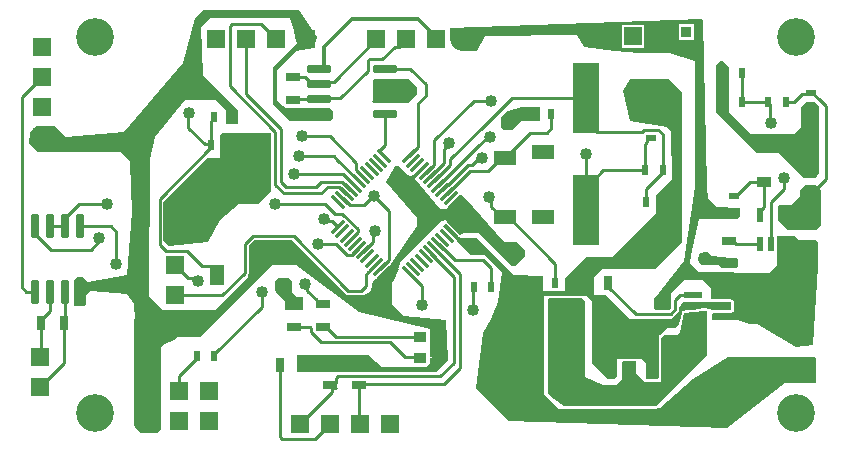
<source format=gtl>
G04*
G04 #@! TF.GenerationSoftware,Altium Limited,Altium Designer,21.6.4 (81)*
G04*
G04 Layer_Physical_Order=1*
G04 Layer_Color=255*
%FSLAX44Y44*%
%MOMM*%
G71*
G04*
G04 #@! TF.SameCoordinates,0F59C336-1F8A-43A6-AFB2-A1A9F9B71EC4*
G04*
G04*
G04 #@! TF.FilePolarity,Positive*
G04*
G01*
G75*
%ADD15C,0.2540*%
%ADD18R,0.6000X0.9000*%
%ADD19R,0.9000X0.6000*%
%ADD20R,1.3000X0.7000*%
%ADD21R,0.6000X1.2500*%
%ADD22R,1.2200X0.9100*%
G04:AMPARAMS|DCode=23|XSize=1.97mm|YSize=0.6mm|CornerRadius=0.075mm|HoleSize=0mm|Usage=FLASHONLY|Rotation=270.000|XOffset=0mm|YOffset=0mm|HoleType=Round|Shape=RoundedRectangle|*
%AMROUNDEDRECTD23*
21,1,1.9700,0.4500,0,0,270.0*
21,1,1.8200,0.6000,0,0,270.0*
1,1,0.1500,-0.2250,-0.9100*
1,1,0.1500,-0.2250,0.9100*
1,1,0.1500,0.2250,0.9100*
1,1,0.1500,0.2250,-0.9100*
%
%ADD23ROUNDEDRECTD23*%
%ADD24R,0.7000X1.3000*%
%ADD25R,1.0160X0.8890*%
G04:AMPARAMS|DCode=26|XSize=1.97mm|YSize=0.6mm|CornerRadius=0.075mm|HoleSize=0mm|Usage=FLASHONLY|Rotation=180.000|XOffset=0mm|YOffset=0mm|HoleType=Round|Shape=RoundedRectangle|*
%AMROUNDEDRECTD26*
21,1,1.9700,0.4500,0,0,180.0*
21,1,1.8200,0.6000,0,0,180.0*
1,1,0.1500,-0.9100,0.2250*
1,1,0.1500,0.9100,0.2250*
1,1,0.1500,0.9100,-0.2250*
1,1,0.1500,-0.9100,-0.2250*
%
%ADD26ROUNDEDRECTD26*%
G04:AMPARAMS|DCode=27|XSize=1.475mm|YSize=0.3mm|CornerRadius=0mm|HoleSize=0mm|Usage=FLASHONLY|Rotation=225.000|XOffset=0mm|YOffset=0mm|HoleType=Round|Shape=Rectangle|*
%AMROTATEDRECTD27*
4,1,4,0.4154,0.6276,0.6276,0.4154,-0.4154,-0.6276,-0.6276,-0.4154,0.4154,0.6276,0.0*
%
%ADD27ROTATEDRECTD27*%

G04:AMPARAMS|DCode=28|XSize=1.475mm|YSize=0.3mm|CornerRadius=0mm|HoleSize=0mm|Usage=FLASHONLY|Rotation=315.000|XOffset=0mm|YOffset=0mm|HoleType=Round|Shape=Rectangle|*
%AMROTATEDRECTD28*
4,1,4,-0.6276,0.4154,-0.4154,0.6276,0.6276,-0.4154,0.4154,-0.6276,-0.6276,0.4154,0.0*
%
%ADD28ROTATEDRECTD28*%

G04:AMPARAMS|DCode=29|XSize=3.51mm|YSize=1.58mm|CornerRadius=0.1975mm|HoleSize=0mm|Usage=FLASHONLY|Rotation=180.000|XOffset=0mm|YOffset=0mm|HoleType=Round|Shape=RoundedRectangle|*
%AMROUNDEDRECTD29*
21,1,3.5100,1.1850,0,0,180.0*
21,1,3.1150,1.5800,0,0,180.0*
1,1,0.3950,-1.5575,0.5925*
1,1,0.3950,1.5575,0.5925*
1,1,0.3950,1.5575,-0.5925*
1,1,0.3950,-1.5575,-0.5925*
%
%ADD29ROUNDEDRECTD29*%
%ADD30R,1.9000X1.3000*%
%ADD31R,2.2000X6.0000*%
%ADD32R,1.5000X0.5000*%
%ADD33R,1.5000X0.6000*%
%ADD34R,1.5000X0.6300*%
%ADD35R,1.2000X1.8000*%
%ADD60C,0.3048*%
%ADD61R,1.5000X1.5000*%
%ADD62C,1.5000*%
%ADD63R,1.5000X1.5000*%
%ADD64R,0.9000X0.9000*%
%ADD65C,3.2000*%
%ADD66C,3.2000*%
%ADD67C,1.0160*%
G36*
X610362Y319786D02*
X610616D01*
Y281432D01*
X628142Y263906D01*
Y263652D01*
X665480D01*
X671068Y269240D01*
Y286004D01*
X675894Y290830D01*
X682752D01*
X686308Y287274D01*
Y232156D01*
Y230124D01*
X684276Y226060D01*
X673608Y226060D01*
X652018Y247650D01*
X633222D01*
X598932Y281940D01*
Y321056D01*
X602742Y324866D01*
X602742Y324866D01*
X602742Y324866D01*
X603888Y325120D01*
X605028D01*
X610362Y319786D01*
D02*
G37*
G36*
X338328Y309880D02*
X339598D01*
X346456Y303530D01*
Y297180D01*
X338836Y289560D01*
X309626D01*
X309118Y290068D01*
X308356Y291592D01*
X308610Y291846D01*
Y308864D01*
X310134Y309880D01*
X338328Y309880D01*
D02*
G37*
G36*
X261878Y345892D02*
X258830Y336494D01*
X243590Y333700D01*
X227334Y317444D01*
Y291584D01*
X232804Y287139D01*
Y287044D01*
X232921D01*
X234895Y285440D01*
X272800Y285440D01*
X275358Y282882D01*
X275358Y276568D01*
X273562Y274772D01*
X238002D01*
X224286Y288488D01*
Y320492D01*
X244541Y340747D01*
X244496Y340922D01*
X244098Y341320D01*
Y342463D01*
X241050Y354274D01*
X238861Y360781D01*
X238256Y361386D01*
X170886Y361386D01*
X163551Y354051D01*
X164796Y313433D01*
X185932Y292298D01*
X194568Y283662D01*
Y272232D01*
X184408D01*
X184231Y272305D01*
Y283845D01*
X175778Y292298D01*
X149296Y292298D01*
X123962Y260858D01*
X120400Y242006D01*
X119130Y125928D01*
X131010Y114048D01*
X131220Y114048D01*
X174970D01*
X202720Y141798D01*
X202970D01*
Y143957D01*
X203444Y144666D01*
X203698Y145942D01*
Y168856D01*
X208370Y173528D01*
X239991D01*
X286720Y126798D01*
X301356Y126798D01*
X302606Y128048D01*
X306936Y130600D01*
X308970Y138878D01*
X310386Y140247D01*
X310662Y139971D01*
X323921Y153229D01*
X323641Y153509D01*
X324684Y154552D01*
X325406Y155634D01*
X325442Y155813D01*
X325547Y155939D01*
X346306Y185453D01*
Y191814D01*
X320291Y222461D01*
X326748Y234740D01*
X326890Y235455D01*
X327164Y235730D01*
X327565Y235848D01*
X328429Y235949D01*
X329136Y236025D01*
X329850Y236501D01*
X330472Y236546D01*
X338016Y229003D01*
X341644Y227972D01*
X342103Y228399D01*
X342313Y228190D01*
X345892Y231769D01*
X347156Y231645D01*
X347319Y231401D01*
X347710Y231140D01*
X347939Y229573D01*
X344434Y226068D01*
X344943Y225559D01*
X344519Y225097D01*
X348276Y219910D01*
X365610Y199942D01*
X370560D01*
X370597Y199905D01*
X370944Y199942D01*
X371566Y200631D01*
X373863Y203171D01*
X383362Y212670D01*
X386819Y209213D01*
X419458Y172002D01*
X430634D01*
X437492Y165144D01*
Y159505D01*
X429363Y151376D01*
X426876D01*
X397360Y179815D01*
X385737D01*
X382615Y178036D01*
X371661Y188990D01*
X371612Y189023D01*
X370495Y190156D01*
X366050Y189714D01*
X332844Y155939D01*
X331828Y154222D01*
X330829Y150231D01*
X330292Y149694D01*
X330614Y149372D01*
X330558Y149150D01*
X325672Y138435D01*
X324970Y137733D01*
Y119048D01*
X334720Y109298D01*
X370944Y106216D01*
X372160Y71738D01*
X362689Y62267D01*
X289118Y62196D01*
X287689Y62267D01*
X286324Y62194D01*
X245246Y62173D01*
X244348Y63071D01*
X244348Y75946D01*
X283976D01*
X284086Y76048D01*
X305220D01*
X305599Y75669D01*
X316720Y66048D01*
X353720D01*
X354220Y66048D01*
X355585Y67413D01*
X355592D01*
Y67420D01*
X357470Y69298D01*
X357398Y73543D01*
X358666Y73679D01*
X358746Y73276D01*
X358833Y72836D01*
X359556Y71754D01*
X360638Y71032D01*
X361914Y70778D01*
X363190Y71032D01*
X364271Y71754D01*
X365021Y72505D01*
X365744Y73586D01*
X365998Y74862D01*
X365744Y76138D01*
X365021Y77220D01*
X363940Y77942D01*
X362664Y78196D01*
X361388Y77942D01*
X360306Y77220D01*
X359556Y76469D01*
X358833Y75388D01*
X358733Y74882D01*
X358652Y74476D01*
X357380Y74591D01*
X356974Y98342D01*
X297430Y112354D01*
X243711Y152298D01*
X224620Y152298D01*
X224220Y152698D01*
X162820Y91298D01*
X143114D01*
X141788Y89972D01*
X131220Y84934D01*
X129286Y82999D01*
Y13462D01*
X125730Y9906D01*
X112776D01*
X107442Y15240D01*
Y16002D01*
X106680Y16764D01*
Y106680D01*
X107188D01*
X106408Y119048D01*
X100917Y128048D01*
X69850Y130302D01*
X66294Y126746D01*
Y119634D01*
X64516Y117856D01*
X64262Y118110D01*
X56134D01*
Y119126D01*
X55626Y119634D01*
Y139192D01*
X55880Y139700D01*
X58166Y141986D01*
X62992D01*
X67056Y137922D01*
X67564Y138430D01*
X100917Y144351D01*
X105199Y197010D01*
X103031Y239927D01*
X95250Y247707D01*
X94799Y248158D01*
X24892Y248158D01*
X18288Y254762D01*
X17806Y255269D01*
X18288Y264668D01*
X20066Y266446D01*
X22606Y268986D01*
X23368Y269748D01*
X39878D01*
X48768Y260858D01*
X97738Y264668D01*
X147962Y323864D01*
X158246Y361386D01*
X164850Y367990D01*
X246384D01*
X261878Y345892D01*
D02*
G37*
G36*
X450124Y286452D02*
Y274452D01*
X434624Y274452D01*
X426874Y266702D01*
X419624D01*
X417124Y269202D01*
Y277952D01*
X417374D01*
X420749Y281327D01*
X422874Y282452D01*
X434874Y286452D01*
X450124Y286452D01*
D02*
G37*
G36*
X688086Y215646D02*
Y186182D01*
X684022Y182118D01*
X659130D01*
X651510Y190754D01*
X651510Y201422D01*
X653034Y202946D01*
X662940Y202946D01*
X670052Y210058D01*
Y215646D01*
X674624Y220218D01*
X683514D01*
X688086Y215646D01*
D02*
G37*
G36*
X587973Y360147D02*
X591749Y218202D01*
X592777Y209101D01*
X600421Y201457D01*
X619506Y200406D01*
X619506Y193040D01*
X617474Y191008D01*
X584928Y191042D01*
X578129Y160671D01*
X577668Y153090D01*
X584489Y146269D01*
X644239Y145637D01*
X651256Y152654D01*
X651256Y177038D01*
X666148D01*
X669450Y173736D01*
X683514D01*
X685546Y171704D01*
Y151389D01*
X681185Y84836D01*
X667272Y82804D01*
X633979Y102097D01*
X631040Y102368D01*
X628337Y102618D01*
X624615Y102961D01*
X618190Y105452D01*
X595624D01*
Y111202D01*
X596585Y112163D01*
X611874D01*
X612654Y112318D01*
X612855Y112452D01*
X613124D01*
X613374Y112702D01*
X613624D01*
Y112952D01*
X614124Y113452D01*
Y121952D01*
X613624Y122452D01*
Y122702D01*
X613374D01*
X613124Y122952D01*
X612855D01*
X612654Y123086D01*
X611874Y123241D01*
X595374D01*
Y132202D01*
X588124Y139452D01*
X571874D01*
X561374Y128952D01*
Y116029D01*
X559571Y114226D01*
X548350D01*
X546746Y115830D01*
Y124172D01*
X547844D01*
X571874Y155702D01*
X581624Y218202D01*
Y324866D01*
X559874Y331724D01*
X534416D01*
X513842Y333699D01*
X487172Y337058D01*
X481838Y346920D01*
X403898Y346178D01*
X397256Y333699D01*
X383032D01*
X379349Y335661D01*
X376174Y338836D01*
X374406Y344170D01*
X374406Y353517D01*
X587047Y361017D01*
X587973Y360147D01*
D02*
G37*
G36*
X222124Y215452D02*
X211124Y204452D01*
X195374D01*
X179124Y190190D01*
X169124Y171902D01*
X136374Y168202D01*
X131458Y173118D01*
Y205786D01*
X169124Y243452D01*
X179124D01*
Y262084D01*
X180992Y263952D01*
X222124D01*
Y215452D01*
D02*
G37*
G36*
X596138Y160020D02*
X612140Y158242D01*
X615950D01*
X617728Y157226D01*
Y151130D01*
X617728Y150876D01*
X617347Y150495D01*
X616966Y150114D01*
X604520Y149606D01*
X600710Y152400D01*
X587360Y152797D01*
X584835Y155321D01*
X584090Y157556D01*
X585483Y161966D01*
X589280Y163322D01*
X591820D01*
X596138Y160020D01*
D02*
G37*
G36*
X570124Y299266D02*
X570124Y171952D01*
X547374Y149202D01*
X503124D01*
X496374Y142452D01*
Y127452D01*
X505124D01*
X526124Y106452D01*
X561752Y106452D01*
X563025Y108344D01*
X563310Y108535D01*
X567241Y112465D01*
X567963Y113547D01*
X568217Y114823D01*
Y116062D01*
X571652Y121168D01*
X590374Y120702D01*
X590874Y121202D01*
X611874D01*
Y114202D01*
X596124D01*
X594874Y115452D01*
X592783Y115333D01*
X592404Y115586D01*
X591624Y115741D01*
X589124D01*
X588996Y115716D01*
X588866Y115725D01*
X580164Y114613D01*
X572971Y114202D01*
X572628Y113649D01*
X572240Y113600D01*
X572186Y113581D01*
X572127Y113582D01*
X571810Y113455D01*
X571486Y113347D01*
X571442Y113309D01*
X571388Y113287D01*
X571301Y113202D01*
X570624D01*
Y112298D01*
X570531Y112112D01*
X570527Y112054D01*
X570504Y112001D01*
X569810Y108737D01*
X568124Y102202D01*
X565124Y99202D01*
Y98702D01*
X557471D01*
X551971Y93202D01*
X550624D01*
Y57452D01*
X549374Y56202D01*
X540124D01*
Y69202D01*
X536624Y72702D01*
X532855D01*
X532654Y72836D01*
X531874Y72991D01*
X520874D01*
X520595Y72936D01*
X520311Y72912D01*
X520208Y72859D01*
X520094Y72836D01*
X519893Y72702D01*
X515874D01*
Y58702D01*
X513274Y56102D01*
X507474D01*
X494124Y69452D01*
Y121702D01*
X489624Y126202D01*
X486605D01*
X486404Y126336D01*
X485624Y126491D01*
X457548D01*
X457506Y126483D01*
X457465Y126489D01*
X457118Y126406D01*
X456768Y126336D01*
X456732Y126312D01*
X456691Y126302D01*
X456553Y126202D01*
X453624D01*
Y43202D01*
X466374Y30452D01*
X467624D01*
X525064Y30913D01*
X548624D01*
X548624Y30913D01*
X549404Y31068D01*
X549465Y31109D01*
X552258Y31131D01*
X579433Y56102D01*
X609692Y74676D01*
X683382Y74676D01*
X684280Y73778D01*
X684280Y52578D01*
X657748Y52578D01*
X608261Y14663D01*
X424120Y20768D01*
X396374Y48514D01*
X402024Y94802D01*
X408769Y106452D01*
X414782Y120702D01*
X417717Y146859D01*
X403374Y161202D01*
X391874D01*
X380095Y172981D01*
X380320Y173205D01*
X368882Y184642D01*
X368374Y185702D01*
X370220Y187548D01*
X382441Y175326D01*
X382845Y175731D01*
X382874Y175702D01*
X396374D01*
X428024Y144052D01*
X452874Y143202D01*
Y130702D01*
X453374Y130202D01*
X471124D01*
Y141702D01*
X488874Y159452D01*
X511624D01*
X548624Y196452D01*
Y211452D01*
X548874D01*
X561874Y224452D01*
X561204Y265872D01*
X557404Y269672D01*
X526482Y274477D01*
X520449Y299355D01*
X526363Y309570D01*
X559820D01*
X570124Y299266D01*
D02*
G37*
G36*
X240030Y139192D02*
Y129794D01*
X239776Y129540D01*
X244348Y124968D01*
X249428D01*
Y114554D01*
X234442D01*
Y122174D01*
X227794Y128821D01*
X227076Y129794D01*
X227076D01*
X225806Y131064D01*
Y138938D01*
X228600Y141732D01*
X237490D01*
X240030Y139192D01*
D02*
G37*
G36*
X488374Y121702D02*
X488374Y57458D01*
X503461Y51202D01*
X514874Y51202D01*
X519874Y56202D01*
Y70156D01*
X520874Y70952D01*
X531874D01*
Y60702D01*
X539124Y53452D01*
X552874Y53452D01*
X552874Y90202D01*
X555624Y92952D01*
X566374D01*
X569124Y95702D01*
X572499Y111577D01*
X589124Y113702D01*
X591624D01*
Y75952D01*
X548624Y32952D01*
X470374D01*
X461999Y39077D01*
X457124Y43952D01*
Y65452D01*
Y123080D01*
X456687Y123517D01*
X457548Y124452D01*
X485624D01*
X488374Y121702D01*
D02*
G37*
%LPC*%
G36*
X580794Y356258D02*
X567794D01*
Y343258D01*
X580794D01*
Y356258D01*
D02*
G37*
G36*
X538328Y355448D02*
X519328D01*
Y336448D01*
X538328D01*
Y355448D01*
D02*
G37*
%LPD*%
D15*
X672501Y297597D02*
X680090D01*
X680823Y298330D01*
X658502Y290068D02*
X664972D01*
X672501Y297597D01*
X692404Y225552D02*
Y286766D01*
X686327Y292826D02*
X686344D01*
X692404Y286766D01*
X680823Y298330D02*
X686327Y292826D01*
X678688Y211836D02*
X692404Y225552D01*
X621164Y290576D02*
X621672Y290068D01*
X621037Y290703D02*
X621164Y290576D01*
X621672Y290068D02*
X643502D01*
X656844Y216916D02*
Y226060D01*
X645922Y205994D02*
X656844Y216916D01*
X644712Y274006D02*
X645922Y272796D01*
X643502Y290068D02*
X644712Y288858D01*
Y274006D02*
Y288858D01*
X645922Y169872D02*
Y205994D01*
X621037Y290703D02*
Y314833D01*
X620910Y314960D02*
X621037Y314833D01*
X606037Y290703D02*
X606164Y290576D01*
X606037Y290703D02*
Y314833D01*
X605910Y314960D02*
X606037Y314833D01*
X616434Y211208D02*
X627890Y222664D01*
X614934Y211208D02*
X616434D01*
X627890Y222664D02*
X640080D01*
X636422Y198122D02*
X640080Y201780D01*
Y222664D01*
X636422Y194872D02*
Y198122D01*
X613616Y172822D02*
X616566Y169872D01*
X636422D01*
X610616Y172822D02*
X613616D01*
X277950Y52928D02*
Y56678D01*
X365838Y58166D02*
X377374Y69702D01*
X277950Y56678D02*
X279438Y58166D01*
X365838D01*
X275720Y50698D02*
X277950Y52928D01*
X272796Y50698D02*
X275720D01*
X11430Y133451D02*
Y294640D01*
Y133451D02*
X15143Y129738D01*
X23118D01*
X11430Y294640D02*
X28702Y311912D01*
X230276Y6822D02*
X231764Y5334D01*
X259902D01*
X230276Y6822D02*
Y67818D01*
X259902Y5334D02*
X272546Y17978D01*
X296970Y18954D02*
X297946Y17978D01*
X296926Y50952D02*
X296970Y50908D01*
Y18954D02*
Y50908D01*
X296926Y50952D02*
X297496Y51522D01*
X369194D02*
X382624Y64952D01*
X297496Y51522D02*
X369194D01*
X247146Y17978D02*
X274044Y44876D01*
X274239Y48663D02*
X277831D01*
X274044Y44876D02*
Y48468D01*
X274239Y48663D01*
X241554Y23570D02*
X247146Y17978D01*
X164040Y151682D02*
X172144D01*
X133509Y164317D02*
X151405D01*
X164040Y151682D01*
X304292Y325201D02*
X305780Y326689D01*
X304292Y316926D02*
Y325201D01*
X281074Y293708D02*
X304292Y316926D01*
X305780Y326689D02*
X316529D01*
X327245Y337405D02*
X330547D01*
X336550Y343408D01*
X316529Y326689D02*
X327245Y337405D01*
X263796Y293708D02*
X281074D01*
X189194Y356560D02*
X214126D01*
X187706Y303784D02*
Y355072D01*
X189194Y356560D01*
X187706Y303784D02*
X226314Y265176D01*
X226096Y203940D02*
X268491D01*
X276502Y195928D01*
X77216Y172811D02*
Y175006D01*
X69886Y165481D02*
X77216Y172811D01*
X36405Y165481D02*
X69886D01*
X61218Y185618D02*
X86670D01*
X91694Y153670D02*
Y180594D01*
X86670Y185618D02*
X91694Y180594D01*
X23118Y178768D02*
X36405Y165481D01*
X309626Y210820D02*
X322326Y198120D01*
X314817Y149400D02*
X322326Y156910D01*
Y198120D01*
X289332Y202999D02*
X301282D01*
X309103Y210820D02*
X309626D01*
X301282Y202999D02*
X309103Y210820D01*
X283322Y209009D02*
X289332Y202999D01*
X314817Y149075D02*
Y149400D01*
X346932Y289274D02*
X353568Y295910D01*
Y305308D01*
X340162Y318714D02*
X353568Y305308D01*
X346932Y252227D02*
Y289274D01*
X339396Y244690D02*
X346932Y252227D01*
X319282Y318714D02*
X340162D01*
X339396Y244365D02*
Y244690D01*
X248412Y261366D02*
X272490D01*
X294664Y239191D01*
X295669Y232018D02*
X300675Y227012D01*
X295669Y232018D02*
X295669Y232018D01*
X294664Y233022D02*
Y239191D01*
X300675Y226687D02*
Y227012D01*
X294664Y233022D02*
X295669Y232018D01*
X246126Y244348D02*
X275942D01*
X278649Y241642D01*
Y241642D02*
Y241642D01*
Y241642D02*
X297139Y223151D01*
X283452Y229767D02*
X293603Y219616D01*
X242316Y229767D02*
X283452D01*
X230854Y222536D02*
X235204Y218186D01*
X260350D01*
X289743Y216080D02*
X290068D01*
X282728Y223095D02*
X289743Y216080D01*
X265259Y223095D02*
X282728D01*
X260350Y218186D02*
X265259Y223095D01*
X233680Y213106D02*
X264922D01*
X226314Y220472D02*
X233680Y213106D01*
X270371Y218555D02*
X280197D01*
X264922Y213106D02*
X270371Y218555D01*
X286207Y212545D02*
X286532D01*
X280197Y218555D02*
X286207Y212545D01*
X230854Y222536D02*
Y267494D01*
X201172Y297176D02*
X230854Y267494D01*
X226314Y220472D02*
Y265176D01*
X35818Y185618D02*
Y192468D01*
Y185618D02*
X48518D01*
Y192468D01*
X59758Y203708D01*
X84074D01*
X276502Y195928D02*
X283018D01*
X296078Y182868D01*
Y180159D02*
Y182868D01*
X290068Y174149D02*
X296078Y180159D01*
X290068Y173824D02*
Y174149D01*
X420364Y243062D02*
X420364D01*
X417364D02*
X420364D01*
X420364D02*
X441605Y264303D01*
X455819D01*
X459994Y268478D02*
Y280032D01*
X455819Y264303D02*
X459994Y268478D01*
X152654Y280162D02*
X153416Y280924D01*
X152654Y268672D02*
Y280162D01*
Y268672D02*
X166302Y255024D01*
X151940Y141136D02*
X159092D01*
X140874Y152202D02*
X151940Y141136D01*
X159092D02*
X161036Y139192D01*
X277967Y169926D02*
X287150Y160743D01*
X262382Y169926D02*
X277967D01*
X23118Y178768D02*
Y185618D01*
X296814Y166753D02*
X297139D01*
X290804Y160743D02*
X296814Y166753D01*
X287150Y160743D02*
X290804D01*
X174632Y75184D02*
Y76684D01*
X214884Y116936D01*
Y129794D01*
X144216Y58268D02*
X159632Y73684D01*
X144216Y45628D02*
Y58268D01*
X159632Y73684D02*
Y75184D01*
X28002Y106068D02*
X35818Y113884D01*
X28002Y103068D02*
Y106068D01*
X35818Y113884D02*
Y129738D01*
X28002Y76008D02*
Y103068D01*
X26670Y74676D02*
X28002Y76008D01*
X26670Y49276D02*
X47002Y69608D01*
Y103068D01*
X47760Y128980D02*
X48518Y129738D01*
X47760Y103826D02*
Y128980D01*
X47002Y103068D02*
X47760Y103826D01*
X332482Y343972D02*
X334866Y346356D01*
X263402Y293314D02*
X263796Y293708D01*
X263402Y306014D02*
X265132Y307744D01*
X275486D02*
X311150Y343408D01*
X265132Y307744D02*
X275486D01*
X263017Y292929D02*
X263402Y293314D01*
X288119Y130452D02*
X298492D01*
X241709Y176862D02*
X288119Y130452D01*
X206989Y176862D02*
X241709D01*
X308952Y171495D02*
Y179158D01*
X300675Y163217D02*
X308952Y171495D01*
Y179158D02*
X310896Y181102D01*
X282997Y209009D02*
X283322D01*
X319282Y253928D02*
Y280614D01*
X314198Y248844D02*
X319282Y253928D01*
X314198Y248519D02*
Y248844D01*
Y248519D02*
X318352Y244365D01*
X256552Y306014D02*
X263402D01*
X171624Y252202D02*
Y253702D01*
X171624D02*
Y274084D01*
X174114Y276574D01*
Y278074D01*
X201172Y297176D02*
Y344114D01*
X214126Y356560D02*
X226572Y344114D01*
X241304Y292544D02*
X241689Y292929D01*
X263017D01*
X254822Y307744D02*
Y308336D01*
Y307744D02*
X256552Y306014D01*
X241304Y311544D02*
X251614D01*
X254822Y308336D01*
X406344Y232042D02*
X417364Y243062D01*
X303888Y230222D02*
X304210D01*
X311281Y237294D02*
Y237619D01*
X170302Y255024D02*
X170874Y254452D01*
X394340Y291536D02*
X408436D01*
X408944Y291028D01*
X360815Y258011D02*
X394340Y291536D01*
X360815Y237499D02*
Y258011D01*
X353538Y230222D02*
X360815Y237499D01*
X256604Y95347D02*
X264789Y87162D01*
X256604Y95347D02*
Y98714D01*
X255116Y100202D02*
X256604Y98714D01*
X241874Y100202D02*
X255116D01*
X323164Y87162D02*
X335624Y74702D01*
X264789Y87162D02*
X323164D01*
X349677Y233758D02*
X350002D01*
X368405Y223876D02*
X368518D01*
X368874Y250702D02*
X372874Y254702D01*
X368518Y223876D02*
X397504Y252862D01*
X367680Y216080D02*
X371884Y220284D01*
X357073Y226687D02*
X368874Y238488D01*
X388948Y237122D02*
X392795D01*
X364144Y219616D02*
X368405Y223876D01*
X398375Y242702D02*
X401124Y242702D01*
X368874Y238488D02*
X368874Y250702D01*
X392795Y237122D02*
X398375Y242702D01*
X372874Y254702D02*
Y255702D01*
X372110Y220284D02*
X388948Y237122D01*
X405844Y261202D02*
X408124D01*
X371884Y220284D02*
X372110D01*
X397504Y252862D02*
X405844Y261202D01*
X267374Y191452D02*
X269318Y189508D01*
X274384D01*
X279461Y184430D01*
X304210Y159682D02*
X304210D01*
X339396Y145539D02*
X350124Y134811D01*
X339396Y145539D02*
Y145539D01*
X350124Y118292D02*
Y134811D01*
X364144Y170288D02*
X364470D01*
X370593Y164278D02*
X377919Y156952D01*
X370480Y164278D02*
X370593D01*
X377919Y156952D02*
X401874D01*
X364470Y170288D02*
X370480Y164278D01*
X357074Y162892D02*
X362079Y157886D01*
X377374Y69702D02*
Y142478D01*
X363083Y156769D02*
X377374Y142478D01*
X363083Y156769D02*
Y156882D01*
X362079Y157886D02*
X363083Y156882D01*
X357074Y162892D02*
Y163217D01*
X362079Y157886D02*
Y157886D01*
X377565Y218555D02*
X391052Y232042D01*
X371216Y212545D02*
X371541D01*
X376546Y217550D01*
X376546D02*
X377551Y218555D01*
X376546Y217550D02*
X376546D01*
X377551Y218555D02*
X377565D01*
X525624Y62452D02*
X526124D01*
X525394Y61722D02*
Y62222D01*
X525624Y62452D01*
X277874Y91702D02*
X348774D01*
X269374Y100202D02*
X277874Y91702D01*
X261144Y121432D02*
X263374Y119202D01*
X261144Y121432D02*
Y122432D01*
X263374Y119202D02*
X266374D01*
X253068Y130508D02*
X261144Y122432D01*
X253068Y130508D02*
Y134508D01*
X251124Y136452D02*
X253068Y134508D01*
X374296Y241926D02*
X403731Y271362D01*
X374296Y236838D02*
Y241926D01*
X426256Y293702D02*
X488874D01*
X403731Y271362D02*
X403916D01*
X426256Y293702D01*
X360609Y223151D02*
X374296Y236838D01*
X391052Y232042D02*
X406344D01*
X424624Y274202D02*
X427332D01*
X166302Y255024D02*
X170302D01*
X488826Y217654D02*
Y246202D01*
X298492Y130452D02*
X302534Y134494D01*
Y143750D01*
X304936Y146152D01*
X304880Y146209D02*
X311281Y152611D01*
X200364Y145942D02*
Y170237D01*
X206989Y176862D01*
X181224Y126802D02*
X200364Y145942D01*
X140874Y126802D02*
X181224D01*
X128124Y208702D02*
X171624Y252202D01*
X128124Y169702D02*
X133509Y164317D01*
X128124Y169702D02*
Y208702D01*
X176874Y143952D02*
Y146952D01*
X172144Y151682D02*
X176874Y146952D01*
X488874Y198702D02*
Y217702D01*
X408740Y201836D02*
Y208258D01*
Y201836D02*
X417874Y192702D01*
X406796Y210202D02*
X408740Y208258D01*
X417874Y192702D02*
X423874D01*
X335624Y74702D02*
X349274D01*
X266374Y100202D02*
X269374D01*
X554124Y231202D02*
Y232702D01*
X539624Y205702D02*
Y216702D01*
X554124Y231202D01*
X360609Y166753D02*
X382624Y144738D01*
Y64952D02*
Y144738D01*
X393374Y114702D02*
X393749Y115077D01*
Y133327D02*
X394124Y133702D01*
X393749Y115077D02*
Y133327D01*
X409124Y133702D02*
Y149702D01*
X401874Y156952D02*
X409124Y149702D01*
X464124Y115452D02*
X464874Y114702D01*
X539124Y232702D02*
Y254952D01*
X542874Y260202D02*
X544374D01*
X541144Y258472D02*
X542874Y260202D01*
X541144Y256972D02*
Y258472D01*
X539124Y254952D02*
X541144Y256972D01*
X488874Y217702D02*
X503874Y232702D01*
X539124D01*
X538296Y267012D02*
X550452D01*
X536256Y264972D02*
X538296Y267012D01*
X554124Y232702D02*
Y263340D01*
X498604Y264972D02*
X536256D01*
X550452Y267012D02*
X554124Y263340D01*
X488874Y274702D02*
X498604Y264972D01*
X488874Y274702D02*
Y293702D01*
X508214Y134202D02*
Y137202D01*
Y134202D02*
X531524Y110892D01*
X560952D01*
X564883Y114823D01*
Y122771D01*
X568814Y126702D01*
X580124D01*
X464499Y95077D02*
X464874Y94702D01*
X462874Y137202D02*
Y153702D01*
X423874Y192702D02*
X462874Y153702D01*
X585124Y87452D02*
Y107472D01*
X583894Y108701D02*
X585124Y107472D01*
X580124Y108701D02*
X583894D01*
X560874Y82452D02*
Y83952D01*
X560249Y81827D02*
X560874Y82452D01*
X526124Y60952D02*
Y62452D01*
Y60952D02*
X527854Y59222D01*
X470569Y52778D02*
X477146Y46202D01*
X361914Y74112D02*
X362664Y74862D01*
D18*
X189114Y278074D02*
D03*
X174114D02*
D03*
X605910Y314960D02*
D03*
X620910D02*
D03*
X643502Y290068D02*
D03*
X658502D02*
D03*
X621164Y290576D02*
D03*
X606164D02*
D03*
X539124Y232702D02*
D03*
X554124D02*
D03*
X174632Y75184D02*
D03*
X159632D02*
D03*
X394124Y133702D02*
D03*
X409124D02*
D03*
X545874Y82452D02*
D03*
X560874D02*
D03*
X561374Y60702D02*
D03*
X546374D02*
D03*
X186624Y253702D02*
D03*
X171624D02*
D03*
X462874Y137202D02*
D03*
X447874D02*
D03*
X444994Y280032D02*
D03*
X459994D02*
D03*
X539624Y205702D02*
D03*
X554624D02*
D03*
X526124Y60452D02*
D03*
X511124D02*
D03*
X449124Y115452D02*
D03*
X464124D02*
D03*
X464874Y94702D02*
D03*
X449874D02*
D03*
D19*
X679323Y298330D02*
D03*
Y283330D02*
D03*
X614934Y211208D02*
D03*
Y196208D02*
D03*
X554874Y117702D02*
D03*
Y102702D02*
D03*
X544374Y275202D02*
D03*
Y260202D02*
D03*
D20*
X676402Y167444D02*
D03*
Y186444D02*
D03*
X610616Y153822D02*
D03*
Y172822D02*
D03*
X296926Y50952D02*
D03*
Y69952D02*
D03*
X272796Y50698D02*
D03*
Y69698D02*
D03*
X241304Y311544D02*
D03*
Y292544D02*
D03*
X266374Y100202D02*
D03*
Y119202D02*
D03*
X241874Y100202D02*
D03*
Y119202D02*
D03*
D21*
X636422Y194872D02*
D03*
X655422D02*
D03*
Y169872D02*
D03*
X645922D02*
D03*
X636422D02*
D03*
D22*
X640080Y255364D02*
D03*
Y222664D02*
D03*
D23*
X61218Y129738D02*
D03*
X48518D02*
D03*
X35818D02*
D03*
X23118D02*
D03*
Y185618D02*
D03*
X35818D02*
D03*
X48518D02*
D03*
X61218D02*
D03*
D24*
X28002Y103068D02*
D03*
X47002D02*
D03*
X249276Y67818D02*
D03*
X230276D02*
D03*
X489214Y137202D02*
D03*
X508214D02*
D03*
D25*
X348766Y91892D02*
D03*
X363966D02*
D03*
X348512Y73858D02*
D03*
X363712D02*
D03*
D26*
X263402Y280614D02*
D03*
Y293314D02*
D03*
Y306014D02*
D03*
Y318714D02*
D03*
X319282D02*
D03*
Y306014D02*
D03*
Y293314D02*
D03*
Y280614D02*
D03*
D27*
X378287Y205474D02*
D03*
X374751Y209009D02*
D03*
X371216Y212545D02*
D03*
X367680Y216080D02*
D03*
X364145Y219616D02*
D03*
X360609Y223151D02*
D03*
X357073Y226687D02*
D03*
X353538Y230222D02*
D03*
X350002Y233758D02*
D03*
X346467Y237294D02*
D03*
X342931Y240829D02*
D03*
X339396Y244365D02*
D03*
X279461Y184430D02*
D03*
X282997Y180895D02*
D03*
X286532Y177359D02*
D03*
X290068Y173824D02*
D03*
X293603Y170288D02*
D03*
X297139Y166753D02*
D03*
X300675Y163217D02*
D03*
X304210Y159682D02*
D03*
X307746Y156146D02*
D03*
X311281Y152611D02*
D03*
X314817Y149075D02*
D03*
X318352Y145539D02*
D03*
D28*
Y244365D02*
D03*
X314817Y240829D02*
D03*
X311281Y237294D02*
D03*
X307746Y233758D02*
D03*
X304210Y230222D02*
D03*
X300675Y226687D02*
D03*
X297139Y223151D02*
D03*
X293603Y219616D02*
D03*
X290068Y216080D02*
D03*
X286532Y212545D02*
D03*
X282997Y209009D02*
D03*
X279461Y205474D02*
D03*
X339396Y145539D02*
D03*
X342931Y149075D02*
D03*
X346467Y152611D02*
D03*
X350002Y156146D02*
D03*
X353538Y159682D02*
D03*
X357073Y163217D02*
D03*
X360609Y166753D02*
D03*
X364145Y170288D02*
D03*
X367680Y173824D02*
D03*
X371216Y177359D02*
D03*
X374751Y180895D02*
D03*
X378287Y184430D02*
D03*
D29*
X478124Y46952D02*
D03*
X424124D02*
D03*
D30*
X420364Y243062D02*
D03*
X420874Y192702D02*
D03*
X452874D02*
D03*
X452874Y247702D02*
D03*
D31*
X488874Y198702D02*
D03*
Y293702D02*
D03*
D32*
X580124Y108702D02*
D03*
Y126702D02*
D03*
D33*
X604124Y108702D02*
D03*
Y117702D02*
D03*
D34*
Y126702D02*
D03*
D35*
X176874Y221452D02*
D03*
Y143952D02*
D03*
D60*
X319282Y293314D02*
Y294790D01*
X290830Y360680D02*
X346710D01*
X265986Y318714D02*
X267462Y320190D01*
Y337312D01*
X290830Y360680D01*
X263402Y318714D02*
X265986D01*
X346710Y360680D02*
X361950Y345440D01*
Y343408D02*
Y345440D01*
D61*
X678688Y237236D02*
D03*
X673608Y65786D02*
D03*
X26670Y49276D02*
D03*
Y74676D02*
D03*
X28702Y337312D02*
D03*
Y311912D02*
D03*
Y286512D02*
D03*
Y261112D02*
D03*
X140874Y101402D02*
D03*
Y126802D02*
D03*
Y152202D02*
D03*
Y177602D02*
D03*
D62*
X678688Y211836D02*
D03*
X673608Y91186D02*
D03*
D63*
X503428Y345948D02*
D03*
X528828D02*
D03*
X251972Y344114D02*
D03*
X226572D02*
D03*
X201172D02*
D03*
X175772D02*
D03*
X311150Y343408D02*
D03*
X336550D02*
D03*
X361950D02*
D03*
X387350D02*
D03*
X323346Y17978D02*
D03*
X297946D02*
D03*
X272546D02*
D03*
X247146D02*
D03*
X169616Y45628D02*
D03*
Y20228D02*
D03*
X144216Y45628D02*
D03*
Y20228D02*
D03*
X118816Y45628D02*
D03*
Y20228D02*
D03*
D64*
X561844Y349758D02*
D03*
X574294D02*
D03*
D65*
X73918Y345384D02*
D03*
X667374Y27376D02*
D03*
X667374Y345384D02*
D03*
D66*
X73918Y27376D02*
D03*
D67*
X656844Y226060D02*
D03*
X645922Y272796D02*
D03*
X589534Y157988D02*
D03*
X478624Y114702D02*
D03*
X226096Y203940D02*
D03*
X77216Y175006D02*
D03*
X309626Y210820D02*
D03*
X339852Y299974D02*
D03*
X248412Y261366D02*
D03*
X246126Y244348D02*
D03*
X242316Y229767D02*
D03*
X84074Y203708D02*
D03*
X153416Y280924D02*
D03*
X91694Y153670D02*
D03*
X161036Y139192D02*
D03*
X262382Y169926D02*
D03*
X214884Y129794D02*
D03*
X310896Y181102D02*
D03*
X267374Y191452D02*
D03*
X408944Y291028D02*
D03*
X350124Y118292D02*
D03*
X372874Y255702D02*
D03*
X427624Y159952D02*
D03*
X408124Y261202D02*
D03*
X401124Y242702D02*
D03*
X251124Y136452D02*
D03*
X424624Y274202D02*
D03*
X233172Y134366D02*
D03*
X488826Y246202D02*
D03*
X406796Y210202D02*
D03*
X393374Y114702D02*
D03*
M02*

</source>
